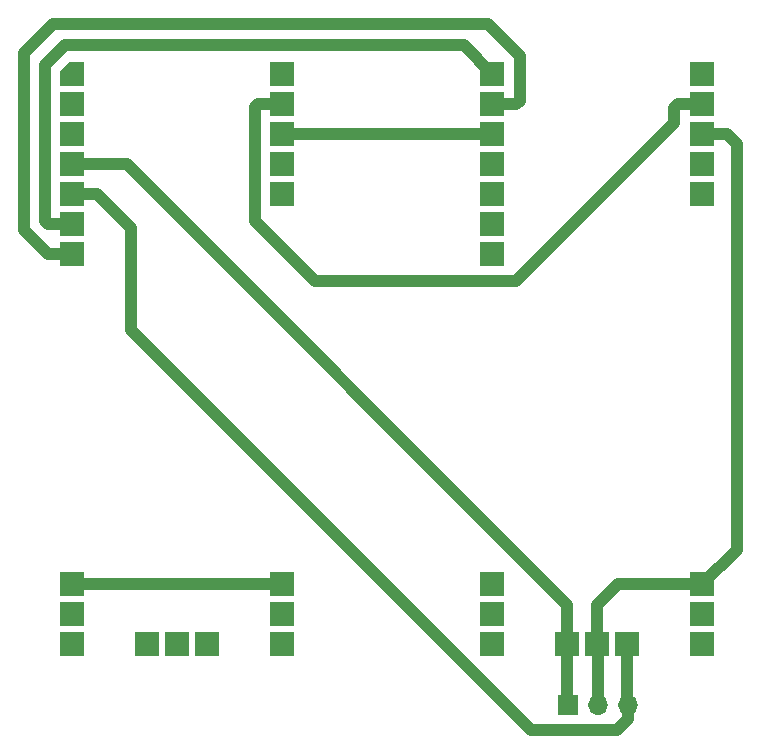
<source format=gbr>
%TF.GenerationSoftware,KiCad,Pcbnew,8.0.0*%
%TF.CreationDate,2024-02-29T00:18:19-08:00*%
%TF.ProjectId,PicoProbePCB,5069636f-5072-46f6-9265-5043422e6b69,rev?*%
%TF.SameCoordinates,Original*%
%TF.FileFunction,Copper,L2,Bot*%
%TF.FilePolarity,Positive*%
%FSLAX46Y46*%
G04 Gerber Fmt 4.6, Leading zero omitted, Abs format (unit mm)*
G04 Created by KiCad (PCBNEW 8.0.0) date 2024-02-29 00:18:19*
%MOMM*%
%LPD*%
G01*
G04 APERTURE LIST*
G04 Aperture macros list*
%AMOutline5P*
0 Free polygon, 5 corners , with rotation*
0 The origin of the aperture is its center*
0 number of corners: always 5*
0 $1 to $10 corner X, Y*
0 $11 Rotation angle, in degrees counterclockwise*
0 create outline with 5 corners*
4,1,5,$1,$2,$3,$4,$5,$6,$7,$8,$9,$10,$1,$2,$11*%
%AMOutline6P*
0 Free polygon, 6 corners , with rotation*
0 The origin of the aperture is its center*
0 number of corners: always 6*
0 $1 to $12 corner X, Y*
0 $13 Rotation angle, in degrees counterclockwise*
0 create outline with 6 corners*
4,1,6,$1,$2,$3,$4,$5,$6,$7,$8,$9,$10,$11,$12,$1,$2,$13*%
%AMOutline7P*
0 Free polygon, 7 corners , with rotation*
0 The origin of the aperture is its center*
0 number of corners: always 7*
0 $1 to $14 corner X, Y*
0 $15 Rotation angle, in degrees counterclockwise*
0 create outline with 7 corners*
4,1,7,$1,$2,$3,$4,$5,$6,$7,$8,$9,$10,$11,$12,$13,$14,$1,$2,$15*%
%AMOutline8P*
0 Free polygon, 8 corners , with rotation*
0 The origin of the aperture is its center*
0 number of corners: always 8*
0 $1 to $16 corner X, Y*
0 $17 Rotation angle, in degrees counterclockwise*
0 create outline with 8 corners*
4,1,8,$1,$2,$3,$4,$5,$6,$7,$8,$9,$10,$11,$12,$13,$14,$15,$16,$1,$2,$17*%
G04 Aperture macros list end*
%TA.AperFunction,ComponentPad*%
%ADD10Outline5P,-1.000000X0.200000X-0.200000X1.000000X1.000000X1.000000X1.000000X-1.000000X-1.000000X-1.000000X0.000000*%
%TD*%
%TA.AperFunction,ComponentPad*%
%ADD11R,2.000000X2.000000*%
%TD*%
%TA.AperFunction,ComponentPad*%
%ADD12R,1.700000X1.700000*%
%TD*%
%TA.AperFunction,ComponentPad*%
%ADD13O,1.700000X1.700000*%
%TD*%
%TA.AperFunction,Conductor*%
%ADD14C,1.000000*%
%TD*%
G04 APERTURE END LIST*
D10*
%TO.P,U2,1,GPIO0*%
%TO.N,unconnected-(U2-GPIO0-Pad1)*%
X165235000Y-75590000D03*
D11*
%TO.P,U2,2,GPIO1*%
%TO.N,unconnected-(U2-GPIO1-Pad2)*%
X165235000Y-78130000D03*
%TO.P,U2,3,GND*%
%TO.N,GND*%
X165235000Y-80670000D03*
%TO.P,U2,4,GPIO2*%
%TO.N,Net-(J1-Pin_1)*%
X165235000Y-83210000D03*
%TO.P,U2,5,GPIO3*%
%TO.N,Net-(J1-Pin_3)*%
X165235000Y-85750000D03*
%TO.P,U2,6,GPIO4*%
%TO.N,Net-(U1-GPIO0)*%
X165235000Y-88290000D03*
%TO.P,U2,7,GPIO5*%
%TO.N,Net-(U1-GPIO1)*%
X165235000Y-90830000D03*
%TO.P,U2,18,GND*%
%TO.N,GND*%
X165235000Y-118770000D03*
%TO.P,U2,19,GPIO14*%
%TO.N,unconnected-(U2-GPIO14-Pad19)*%
X165235000Y-121310000D03*
%TO.P,U2,20,GPIO15*%
%TO.N,unconnected-(U2-GPIO15-Pad20)*%
X165235000Y-123850000D03*
%TO.P,U2,21,GPIO16*%
%TO.N,unconnected-(U2-GPIO16-Pad21)*%
X183015000Y-123850000D03*
%TO.P,U2,22,GPIO17*%
%TO.N,unconnected-(U2-GPIO17-Pad22)*%
X183015000Y-121310000D03*
%TO.P,U2,23,GND*%
%TO.N,GND*%
X183015000Y-118770000D03*
%TO.P,U2,36,3V3*%
%TO.N,+3V3*%
X183015000Y-85750000D03*
%TO.P,U2,37,3V3_EN*%
%TO.N,unconnected-(U2-3V3_EN-Pad37)*%
X183015000Y-83210000D03*
%TO.P,U2,38,GND*%
%TO.N,GND*%
X183015000Y-80670000D03*
%TO.P,U2,39,VSYS*%
%TO.N,VCC*%
X183015000Y-78130000D03*
%TO.P,U2,40,VBUS*%
%TO.N,VBUS*%
X183015000Y-75590000D03*
%TO.P,U2,D1*%
%TO.N,N/C*%
X171585000Y-123850000D03*
%TO.P,U2,D2*%
X174125000Y-123850000D03*
%TO.P,U2,D3*%
X176665000Y-123850000D03*
%TD*%
D12*
%TO.P,J1,1,Pin_1*%
%TO.N,Net-(J1-Pin_1)*%
X207184000Y-128985000D03*
D13*
%TO.P,J1,2,Pin_2*%
%TO.N,GND*%
X209724000Y-128985000D03*
%TO.P,J1,3,Pin_3*%
%TO.N,Net-(J1-Pin_3)*%
X212264000Y-128985000D03*
%TD*%
D10*
%TO.P,U1,1,GPIO0*%
%TO.N,Net-(U1-GPIO0)*%
X200795000Y-75590000D03*
D11*
%TO.P,U1,2,GPIO1*%
%TO.N,Net-(U1-GPIO1)*%
X200795000Y-78130000D03*
%TO.P,U1,3,GND*%
%TO.N,GND*%
X200795000Y-80670000D03*
%TO.P,U1,4,GPIO2*%
%TO.N,unconnected-(U1-GPIO2-Pad4)*%
X200795000Y-83210000D03*
%TO.P,U1,5,GPIO3*%
%TO.N,unconnected-(U1-GPIO3-Pad5)*%
X200795000Y-85750000D03*
%TO.P,U1,6,GPIO4*%
%TO.N,unconnected-(U1-GPIO4-Pad6)*%
X200795000Y-88290000D03*
%TO.P,U1,7,GPIO5*%
%TO.N,unconnected-(U1-GPIO5-Pad7)*%
X200795000Y-90830000D03*
%TO.P,U1,18,GND*%
%TO.N,GND*%
X200795000Y-118770000D03*
%TO.P,U1,19,GPIO14*%
%TO.N,unconnected-(U1-GPIO14-Pad19)*%
X200795000Y-121310000D03*
%TO.P,U1,20,GPIO15*%
%TO.N,unconnected-(U1-GPIO15-Pad20)*%
X200795000Y-123850000D03*
%TO.P,U1,21,GPIO16*%
%TO.N,unconnected-(U1-GPIO16-Pad21)*%
X218575000Y-123850000D03*
%TO.P,U1,22,GPIO17*%
%TO.N,unconnected-(U1-GPIO17-Pad22)*%
X218575000Y-121310000D03*
%TO.P,U1,23,GND*%
%TO.N,GND*%
X218575000Y-118770000D03*
%TO.P,U1,36,3V3*%
%TO.N,unconnected-(U1-3V3-Pad36)*%
X218575000Y-85750000D03*
%TO.P,U1,37,3V3_EN*%
%TO.N,unconnected-(U1-3V3_EN-Pad37)*%
X218575000Y-83210000D03*
%TO.P,U1,38,GND*%
%TO.N,GND*%
X218575000Y-80670000D03*
%TO.P,U1,39,VSYS*%
%TO.N,VCC*%
X218575000Y-78130000D03*
%TO.P,U1,40,VBUS*%
%TO.N,unconnected-(U1-VBUS-Pad40)*%
X218575000Y-75590000D03*
%TO.P,U1,D1,SWCLK*%
%TO.N,Net-(J1-Pin_1)*%
X207145000Y-123850000D03*
%TO.P,U1,D2,GND*%
%TO.N,GND*%
X209685000Y-123850000D03*
%TO.P,U1,D3,SWDIO*%
%TO.N,Net-(J1-Pin_3)*%
X212225000Y-123850000D03*
%TD*%
D14*
%TO.N,VCC*%
X183015000Y-78130000D02*
X180955000Y-78130000D01*
X180715000Y-78370000D02*
X180715000Y-88050000D01*
X216515000Y-78130000D02*
X218575000Y-78130000D01*
X180715000Y-88050000D02*
X185795000Y-93130000D01*
X185795000Y-93130000D02*
X202780000Y-93130000D01*
X180955000Y-78130000D02*
X180715000Y-78370000D01*
X202780000Y-93130000D02*
X216154000Y-79756000D01*
X216154000Y-78491000D02*
X216515000Y-78130000D01*
X216154000Y-79756000D02*
X216154000Y-78491000D01*
%TO.N,GND*%
X220635000Y-80670000D02*
X221488000Y-81523000D01*
X218575000Y-80670000D02*
X220635000Y-80670000D01*
X221488000Y-81523000D02*
X221488000Y-115857000D01*
X221488000Y-115857000D02*
X218575000Y-118770000D01*
%TO.N,Net-(J1-Pin_1)*%
X207145000Y-123850000D02*
X207145000Y-120520000D01*
X169835000Y-83210000D02*
X165235000Y-83210000D01*
X207145000Y-123850000D02*
X207145000Y-128946000D01*
X207145000Y-120520000D02*
X169835000Y-83210000D01*
X207145000Y-128946000D02*
X207184000Y-128985000D01*
%TO.N,GND*%
X209685000Y-120515000D02*
X209685000Y-123850000D01*
X165235000Y-118770000D02*
X183015000Y-118770000D01*
X209724000Y-128985000D02*
X209724000Y-123889000D01*
X200795000Y-80670000D02*
X183015000Y-80670000D01*
X218575000Y-118770000D02*
X211430000Y-118770000D01*
X209724000Y-123889000D02*
X209685000Y-123850000D01*
X211430000Y-118770000D02*
X209685000Y-120515000D01*
%TO.N,Net-(J1-Pin_3)*%
X170180000Y-88635000D02*
X167295000Y-85750000D01*
X211316081Y-131135000D02*
X204033000Y-131135000D01*
X212225000Y-123850000D02*
X212225000Y-128946000D01*
X204033000Y-131135000D02*
X170180000Y-97282000D01*
X212264000Y-128985000D02*
X212264000Y-130187081D01*
X212225000Y-128946000D02*
X212264000Y-128985000D01*
X212264000Y-130187081D02*
X211316081Y-131135000D01*
X170180000Y-97282000D02*
X170180000Y-88635000D01*
X167295000Y-85750000D02*
X165235000Y-85750000D01*
%TO.N,Net-(U1-GPIO0)*%
X198357000Y-73152000D02*
X200795000Y-75590000D01*
X163175000Y-88290000D02*
X162935000Y-88050000D01*
X162935000Y-88050000D02*
X162935000Y-74851522D01*
X165235000Y-88290000D02*
X163175000Y-88290000D01*
X162935000Y-74851522D02*
X164634522Y-73152000D01*
X164634522Y-73152000D02*
X198357000Y-73152000D01*
%TO.N,Net-(U1-GPIO1)*%
X163598000Y-71352000D02*
X161135000Y-73815000D01*
X203095000Y-74051522D02*
X200395478Y-71352000D01*
X200795000Y-78130000D02*
X202795000Y-78130000D01*
X202795000Y-78130000D02*
X203095000Y-77830000D01*
X161135000Y-88795584D02*
X163169416Y-90830000D01*
X200395478Y-71352000D02*
X163598000Y-71352000D01*
X203095000Y-77830000D02*
X203095000Y-74051522D01*
X163169416Y-90830000D02*
X165235000Y-90830000D01*
X161135000Y-73815000D02*
X161135000Y-88795584D01*
%TD*%
M02*

</source>
